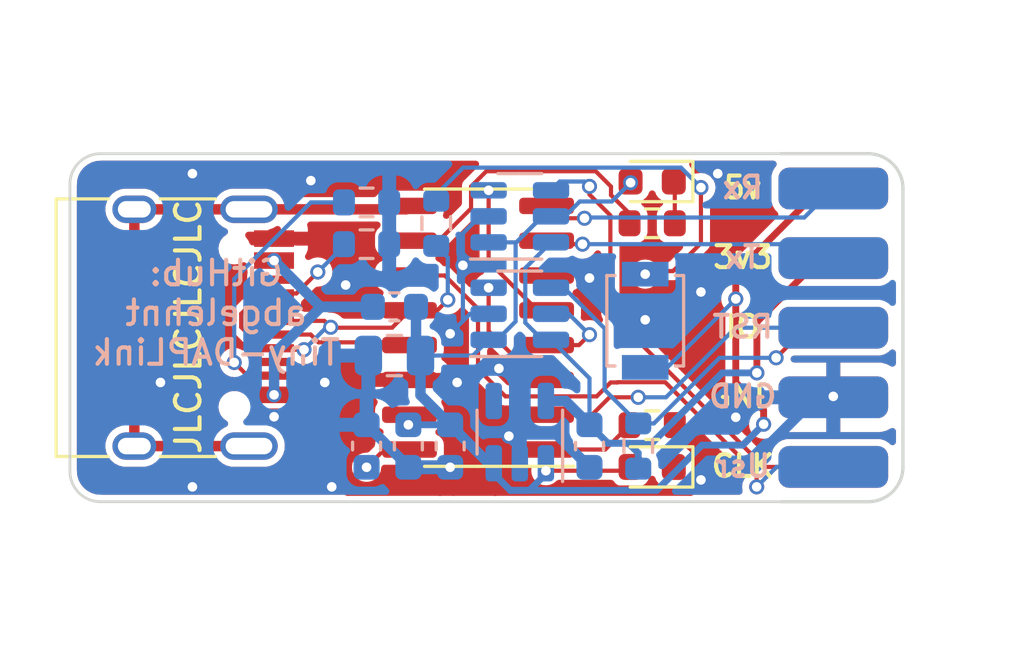
<source format=kicad_pcb>
(kicad_pcb (version 20211014) (generator pcbnew)
  (layers (0 "F.Cu" signal) (31 "B.Cu" signal) (34 "B.Paste" user) (35 "F.Paste" user) (36 "B.SilkS" user "B.Silkscreen") (37 "F.SilkS" user "F.Silkscreen") (38 "B.Mask" user) (39 "F.Mask" user) (44 "Edge.Cuts" user))
  (net 0 "")
  (net 1 "+5V")
  (net 2 "GND")
  (net 3 "Net-(C2-Pad2)")
  (net 4 "+3V3")
  (net 5 "Net-(D1-Pad1)")
  (net 6 "Net-(F1-Pad1)")
  (net 7 "Net-(D2-Pad1)")
  (net 8 "/nRST")
  (net 9 "/U_Tx")
  (net 10 "/U_Rx")
  (net 11 "/KEY_CAP")
  (net 12 "/SWDIO_5")
  (net 13 "Net-(J2-PadA5)")
  (net 14 "/USB_DP")
  (net 15 "/USB_DM")
  (net 17 "Net-(J2-PadB5)")
  (net 19 "/SWDIO_DIR")
  (net 20 "/SWCLK")
  (net 21 "/SWDIO")
  (net 22 "/SWCLK_5")
  (net 24 "Net-(R2-Pad1)")
  (net 26 "Net-(R4-Pad1)")
  (net 27 "/Useless")
  (net 28 "Net-(R1-Pad2)")
  (footprint "Connector_USB:USB_C_Receptacle_HRO_TYPE-C-31-M-12" (layer "F.Cu") (at 45.16 36.8641 -90)
    (fp_text reference "J2" hide)
    (fp_text value "USB_C_Receptacle_USB2.0")
    (fp_line (start -4.7 2) (end -4.7 3.9) (layer "F.SilkS") (width 0.12))
    (fp_line (start 4.7 2) (end 4.7 3.9) (layer "F.SilkS") (width 0.12))
    (fp_line (start -4.7 -1.9) (end -4.7 0.1) (layer "F.SilkS") (width 0.12))
    (fp_line (start 4.7 -1.9) (end 4.7 0.1) (layer "F.SilkS") (width 0.12))
    (fp_line (start -4.7 3.9) (end 4.7 3.9) (layer "F.SilkS") (width 0.12))
    (pad "" np_thru_hole circle (at -2.89 -2.6 270) (size 0.65 0.65) (drill 0.65) (layers *.Cu *.Mask))
    (pad "" np_thru_hole circle (at 2.89 -2.6 270) (size 0.65 0.65) (drill 0.65) (layers *.Cu *.Mask))
    (pad "A1" smd rect (at -3.25 -4.045 270) (size 0.6 1.45) (layers "F.Cu" "F.Paste" "F.Mask") (net 2 "GND"))
    (pad "A4" smd rect (at -2.45 -4.045 270) (size 0.6 1.45) (layers "F.Cu" "F.Paste" "F.Mask") (net 6 "Net-(F1-Pad1)"))
    (pad "A5" smd rect (at -1.25 -4.045 270) (size 0.3 1.45) (layers "F.Cu" "F.Paste" "F.Mask") (net 13 "Net-(J2-PadA5)"))
    (pad "A6" smd rect (at -0.25 -4.045 270) (size 0.3 1.45) (layers "F.Cu" "F.Paste" "F.Mask") (net 14 "/USB_DP"))
    (pad "A7" smd rect (at 0.25 -4.045 270) (size 0.3 1.45) (layers "F.Cu" "F.Paste" "F.Mask") (net 15 "/USB_DM"))
    (pad "A8" smd rect (at 1.25 -4.045 270) (size 0.3 1.45) (layers "F.Cu" "F.Paste" "F.Mask"))
    (pad "A9" smd rect (at 2.45 -4.045 270) (size 0.6 1.45) (layers "F.Cu" "F.Paste" "F.Mask") (net 6 "Net-(F1-Pad1)"))
    (pad "A12" smd rect (at 3.25 -4.045 270) (size 0.6 1.45) (layers "F.Cu" "F.Paste" "F.Mask") (net 2 "GND"))
    (pad "B1" smd rect (at 3.25 -4.045 270) (size 0.6 1.45) (layers "F.Cu" "F.Paste" "F.Mask") (net 2 "GND"))
    (pad "B4" smd rect (at 2.45 -4.045 270) (size 0.6 1.45) (layers "F.Cu" "F.Paste" "F.Mask") (net 6 "Net-(F1-Pad1)"))
    (pad "B5" smd rect (at 1.75 -4.045 270) (size 0.3 1.45) (layers "F.Cu" "F.Paste" "F.Mask") (net 17 "Net-(J2-PadB5)"))
    (pad "B6" smd rect (at 0.75 -4.045 270) (size 0.3 1.45) (layers "F.Cu" "F.Paste" "F.Mask") (net 14 "/USB_DP"))
    (pad "B7" smd rect (at -0.75 -4.045 270) (size 0.3 1.45) (layers "F.Cu" "F.Paste" "F.Mask") (net 15 "/USB_DM"))
    (pad "B8" smd rect (at -1.75 -4.045 270) (size 0.3 1.45) (layers "F.Cu" "F.Paste" "F.Mask"))
    (pad "B9" smd rect (at -2.45 -4.045 270) (size 0.6 1.45) (layers "F.Cu" "F.Paste" "F.Mask") (net 6 "Net-(F1-Pad1)"))
    (pad "B12" smd rect (at -3.25 -4.045 270) (size 0.6 1.45) (layers "F.Cu" "F.Paste" "F.Mask") (net 2 "GND"))
    (pad "S1" thru_hole oval (at 4.32 -3.13 270) (size 1 2.1) (drill oval 0.6 1.7) (layers *.Cu *.Mask) (net 11 "/KEY_CAP"))
    (pad "S1" thru_hole oval (at 4.32 1.05 270) (size 1 1.6) (drill oval 0.6 1.2) (layers *.Cu *.Mask) (net 11 "/KEY_CAP"))
    (pad "S1" thru_hole oval (at -4.32 -3.13 270) (size 1 2.1) (drill oval 0.6 1.7) (layers *.Cu *.Mask) (net 11 "/KEY_CAP"))
    (pad "S1" thru_hole oval (at -4.32 1.05 270) (size 1 1.6) (drill oval 0.6 1.2) (layers *.Cu *.Mask) (net 11 "/KEY_CAP"))
  )
  (footprint "LED_SMD:LED_0603_1608Metric" (layer "F.Cu") (at 62.992 41.9441 180)
    (fp_text reference "D1" hide)
    (fp_text value "LED")
    (fp_line (start 0.8 -0.735) (end -1.485 -0.735) (layer "F.SilkS") (width 0.12))
    (fp_line (start -1.485 0.735) (end 0.8 0.735) (layer "F.SilkS") (width 0.12))
    (fp_line (start -1.485 -0.735) (end -1.485 0.735) (layer "F.SilkS") (width 0.12))
    (pad "1" smd roundrect (at -0.7875 0 180) (size 0.875 0.95) (layers "F.Cu" "F.Paste" "F.Mask") (net 5 "Net-(D1-Pad1)"))
    (pad "2" smd roundrect (at 0.7875 0 180) (size 0.875 0.95) (layers "F.Cu" "F.Paste" "F.Mask") (net 1 "+5V"))
  )
  (footprint "Resistor_SMD:R_0603_1608Metric" (layer "F.Cu") (at 62.992 40.4201 180)
    (fp_text reference "R1" hide)
    (fp_text value "470")
    (fp_line (start -0.237258 0.5225) (end 0.237258 0.5225) (layer "F.SilkS") (width 0.12))
    (fp_line (start -0.237258 -0.5225) (end 0.237258 -0.5225) (layer "F.SilkS") (width 0.12))
    (pad "1" smd roundrect (at -0.825 0 180) (size 0.8 0.95) (layers "F.Cu" "F.Paste" "F.Mask") (net 5 "Net-(D1-Pad1)"))
    (pad "2" smd roundrect (at 0.825 0 180) (size 0.8 0.95) (layers "F.Cu" "F.Paste" "F.Mask") (net 28 "Net-(R1-Pad2)"))
  )
  (footprint "Package_SO:SOP-16_3.9x9.9mm_P1.27mm" (layer "F.Cu") (at 56.642 36.8641 180)
    (fp_text reference "U3" hide)
    (fp_text value "CH552G")
    (fp_line (start 0 5.06) (end -1.95 5.06) (layer "F.SilkS") (width 0.12))
    (fp_line (start 0 -5.06) (end -3.5 -5.06) (layer "F.SilkS") (width 0.12))
    (fp_line (start 0 5.06) (end 1.95 5.06) (layer "F.SilkS") (width 0.12))
    (fp_line (start 0 -5.06) (end 1.95 -5.06) (layer "F.SilkS") (width 0.12))
    (pad "1" smd roundrect (at -2.5 -4.445 180) (size 2 0.6) (layers "F.Cu" "F.Paste" "F.Mask") (net 28 "Net-(R1-Pad2)"))
    (pad "2" smd roundrect (at -2.5 -3.175 180) (size 2 0.6) (layers "F.Cu" "F.Paste" "F.Mask") (net 8 "/nRST"))
    (pad "3" smd roundrect (at -2.5 -1.905 180) (size 2 0.6) (layers "F.Cu" "F.Paste" "F.Mask") (net 12 "/SWDIO_5"))
    (pad "4" smd roundrect (at -2.5 -0.635 180) (size 2 0.6) (layers "F.Cu" "F.Paste" "F.Mask") (net 19 "/SWDIO_DIR"))
    (pad "5" smd roundrect (at -2.5 0.635 180) (size 2 0.6) (layers "F.Cu" "F.Paste" "F.Mask") (net 22 "/SWCLK_5"))
    (pad "6" smd roundrect (at -2.5 1.905 180) (size 2 0.6) (layers "F.Cu" "F.Paste" "F.Mask"))
    (pad "7" smd roundrect (at -2.5 3.175 180) (size 2 0.6) (layers "F.Cu" "F.Paste" "F.Mask") (net 9 "/U_Tx"))
    (pad "8" smd roundrect (at -2.5 4.445 180) (size 2 0.6) (layers "F.Cu" "F.Paste" "F.Mask") (net 10 "/U_Rx"))
    (pad "9" smd roundrect (at 2.5 4.445 180) (size 2 0.6) (layers "F.Cu" "F.Paste" "F.Mask") (net 11 "/KEY_CAP"))
    (pad "10" smd roundrect (at 2.5 3.175 180) (size 2 0.6) (layers "F.Cu" "F.Paste" "F.Mask") (net 24 "Net-(R2-Pad1)"))
    (pad "11" smd roundrect (at 2.5 1.905 180) (size 2 0.6) (layers "F.Cu" "F.Paste" "F.Mask") (net 27 "/Useless"))
    (pad "12" smd roundrect (at 2.5 0.635 180) (size 2 0.6) (layers "F.Cu" "F.Paste" "F.Mask") (net 14 "/USB_DP"))
    (pad "13" smd roundrect (at 2.5 -0.635 180) (size 2 0.6) (layers "F.Cu" "F.Paste" "F.Mask") (net 15 "/USB_DM"))
    (pad "14" smd roundrect (at 2.5 -1.905 180) (size 2 0.6) (layers "F.Cu" "F.Paste" "F.Mask") (net 2 "GND"))
    (pad "15" smd roundrect (at 2.5 -3.175 180) (size 2 0.6) (layers "F.Cu" "F.Paste" "F.Mask") (net 1 "+5V"))
    (pad "16" smd roundrect (at 2.5 -4.445 180) (size 2 0.6) (layers "F.Cu" "F.Paste" "F.Mask") (net 3 "Net-(C2-Pad2)"))
  )
  (footprint "Resistor_SMD:R_0603_1608Metric" (layer "F.Cu") (at 62.992 33.0541)
    (fp_text reference "R2" hide)
    (fp_text value "470")
    (fp_line (start -0.237258 0.5225) (end 0.237258 0.5225) (layer "F.SilkS") (width 0.12))
    (fp_line (start -0.237258 -0.5225) (end 0.237258 -0.5225) (layer "F.SilkS") (width 0.12))
    (pad "1" smd roundrect (at -0.825 0) (size 0.8 0.95) (layers "F.Cu" "F.Paste" "F.Mask") (net 24 "Net-(R2-Pad1)"))
    (pad "2" smd roundrect (at 0.825 0) (size 0.8 0.95) (layers "F.Cu" "F.Paste" "F.Mask") (net 7 "Net-(D2-Pad1)"))
  )
  (footprint "LED_SMD:LED_0603_1608Metric" (layer "F.Cu") (at 62.992 31.5301 180)
    (fp_text reference "D2" hide)
    (fp_text value "LED")
    (fp_line (start 0.8 -0.735) (end -1.485 -0.735) (layer "F.SilkS") (width 0.12))
    (fp_line (start -1.485 0.735) (end 0.8 0.735) (layer "F.SilkS") (width 0.12))
    (fp_line (start -1.485 -0.735) (end -1.485 0.735) (layer "F.SilkS") (width 0.12))
    (pad "1" smd roundrect (at -0.7875 0 180) (size 0.875 0.95) (layers "F.Cu" "F.Paste" "F.Mask") (net 7 "Net-(D2-Pad1)"))
    (pad "2" smd roundrect (at 0.7875 0 180) (size 0.875 0.95) (layers "F.Cu" "F.Paste" "F.Mask") (net 1 "+5V"))
  )
  (footprint "Capacitor_SMD:C_0603_1608Metric" (layer "B.Cu") (at 60.706 41.1821 90)
    (fp_text reference "C5" hide)
    (fp_text value "105")
    (fp_line (start -0.14058 -0.51) (end 0.14058 -0.51) (layer "B.SilkS") (width 0.12))
    (fp_line (start -0.14058 0.51) (end 0.14058 0.51) (layer "B.SilkS") (width 0.12))
    (pad "1" smd roundrect (at -0.775 0 90) (size 0.9 0.95) (layers "B.Cu" "B.Paste" "B.Mask") (net 2 "GND"))
    (pad "2" smd roundrect (at 0.775 0 90) (size 0.9 0.95) (layers "B.Cu" "B.Paste" "B.Mask") (net 4 "+3V3"))
  )
  (footprint "Package_TO_SOT_SMD:SOT-23-6" (layer "B.Cu") (at 58.166 32.8001)
    (fp_text reference "U2" hide)
    (fp_text value "SN74LVC1T45DBV")
    (fp_line (start 0 1.56) (end 0.8 1.56) (layer "B.SilkS") (width 0.12))
    (fp_line (start 0 -1.56) (end -0.8 -1.56) (layer "B.SilkS") (width 0.12))
    (fp_line (start 0 1.56) (end -1.8 1.56) (layer "B.SilkS") (width 0.12))
    (fp_line (start 0 -1.56) (end 0.8 -1.56) (layer "B.SilkS") (width 0.12))
    (pad "1" smd roundrect (at -1.1375 0.95) (size 1.325 0.6) (layers "B.Cu" "B.Paste" "B.Mask") (net 1 "+5V"))
    (pad "2" smd roundrect (at -1.1375 0) (size 1.325 0.6) (layers "B.Cu" "B.Paste" "B.Mask") (net 2 "GND"))
    (pad "3" smd roundrect (at -1.1375 -0.95) (size 1.325 0.6) (layers "B.Cu" "B.Paste" "B.Mask") (net 22 "/SWCLK_5"))
    (pad "4" smd roundrect (at 1.1375 -0.95) (size 1.325 0.6) (layers "B.Cu" "B.Paste" "B.Mask") (net 20 "/SWCLK"))
    (pad "5" smd roundrect (at 1.1375 0) (size 1.325 0.6) (layers "B.Cu" "B.Paste" "B.Mask") (net 1 "+5V"))
    (pad "6" smd roundrect (at 1.1375 0.95) (size 1.325 0.6) (layers "B.Cu" "B.Paste" "B.Mask") (net 4 "+3V3"))
  )
  (footprint "Daplink_Library:Connector_2.54mm_2_5P_SMD" (layer "B.Cu") (at 69.596 36.8641 90)
    (fp_text reference "J1" hide)
    (fp_text value "Conn_02x05_Counter_Clockwise")
    (fp_line (start -6.35 1.27) (end -6.35 -1.905) (layer "Edge.Cuts") (width 0.12))
    (fp_line (start 5.08 2.54) (end -5.08 2.54) (layer "Edge.Cuts") (width 0.12))
    (fp_line (start 6.35 1.27) (end 6.35 -1.905) (layer "Edge.Cuts") (width 0.12))
    (fp_arc (start 6.35 1.27) (mid 5.978026 2.168026) (end 5.08 2.54) (layer "Edge.Cuts") (width 0.12))
    (fp_arc (start -5.08 2.54) (mid -5.978026 2.168026) (end -6.35 1.27) (layer "Edge.Cuts") (width 0.12))
    (pad "1" connect roundrect (at -5.08 0) (size 4 1.524) (layers "B.Cu" "B.Paste" "B.Mask") (net 27 "/Useless"))
    (pad "2" connect roundrect (at -2.54 0) (size 4 1.524) (layers "B.Cu" "B.Paste" "B.Mask") (net 2 "GND"))
    (pad "3" connect roundrect (at 0 0) (size 4 1.524) (layers "B.Cu" "B.Paste" "B.Mask") (net 8 "/nRST"))
    (pad "4" connect roundrect (at 2.54 0) (size 4 1.524) (layers "B.Cu" "B.Paste" "B.Mask") (net 9 "/U_Tx"))
    (pad "5" connect roundrect (at 5.08 0) (size 4 1.524) (layers "B.Cu" "B.Paste" "B.Mask") (net 10 "/U_Rx"))
    (pad "6" connect roundrect (at 5.08 0) (size 4 1.524) (layers "F.Cu" "F.Paste" "F.Mask") (net 1 "+5V"))
    (pad "7" connect roundrect (at 2.54 0) (size 4 1.524) (layers "F.Cu" "F.Paste" "F.Mask") (net 4 "+3V3"))
    (pad "8" connect roundrect (at 0 0) (size 4 1.524) (layers "F.Cu" "F.Paste" "F.Mask") (net 21 "/SWDIO"))
    (pad "9" connect roundrect (at -2.54 0) (size 4 1.524) (layers "F.Cu" "F.Paste" "F.Mask") (net 2 "GND"))
    (pad "10" connect roundrect (at -5.08 0) (size 4 1.524) (layers "F.Cu" "F.Paste" "F.Mask") (net 20 "/SWCLK"))
  )
  (footprint "Button_Switch_SMD:SW_SPST_B3U-1000P" (layer "B.Cu") (at 62.738 36.6101 90)
    (fp_text reference "SW1" hide)
    (fp_text value "SW_Push")
    (fp_line (start -1.65 1.4) (end 1.65 1.4) (layer "B.SilkS") (width 0.12))
    (fp_line (start -1.65 1.1) (end -1.65 1.4) (layer "B.SilkS") (width 0.12))
    (fp_line (start -1.65 -1.4) (end 1.65 -1.4) (layer "B.SilkS") (width 0.12))
    (fp_line (start 1.65 1.4) (end 1.65 1.1) (layer "B.SilkS") (width 0.12))
    (fp_line (start 1.65 -1.4) (end 1.65 -1.1) (layer "B.SilkS") (width 0.12))
    (fp_line (start -1.65 -1.1) (end -1.65 -1.4) (layer "B.SilkS") (width 0.12))
    (pad "1" smd rect (at -1.7 0 90) (size 0.9 1.7) (layers "B.Cu" "B.Paste" "B.Mask") (net 1 "+5V"))
    (pad "2" smd rect (at 1.7 0 90) (size 0.9 1.7) (layers "B.Cu" "B.Paste" "B.Mask") (net 26 "Net-(R4-Pad1)"))
  )
  (footprint "Package_TO_SOT_SMD:TSOT-23-5" (layer "B.Cu") (at 58.166 40.6741 90)
    (fp_text reference "U4" hide)
    (fp_text value "ADP7142AUJZ-5.0")
    (fp_line (start 0 -1.56) (end -0.8 -1.56) (layer "B.SilkS") (width 0.12))
    (fp_line (start 0 -1.56) (end 0.8 -1.56) (layer "B.SilkS") (width 0.12))
    (fp_line (start 0 1.56) (end 0.8 1.56) (layer "B.SilkS") (width 0.12))
    (fp_line (start 0 1.56) (end -1.8 1.56) (layer "B.SilkS") (width 0.12))
    (pad "1" smd roundrect (at -1.1375 0.95 90) (size 1.325 0.6) (layers "B.Cu" "B.Paste" "B.Mask") (net 1 "+5V"))
    (pad "2" smd roundrect (at -1.1375 0 90) (size 1.325 0.6) (layers "B.Cu" "B.Paste" "B.Mask") (net 2 "GND"))
    (pad "3" smd roundrect (at -1.1375 -0.95 90) (size 1.325 0.6) (layers "B.Cu" "B.Paste" "B.Mask") (net 1 "+5V"))
    (pad "4" smd roundrect (at 1.1375 -0.95 90) (size 1.325 0.6) (layers "B.Cu" "B.Paste" "B.Mask"))
    (pad "5" smd roundrect (at 1.1375 0.95 90) (size 1.325 0.6) (layers "B.Cu" "B.Paste" "B.Mask") (net 4 "+3V3"))
  )
  (footprint "Resistor_SMD:R_0603_1608Metric" (layer "B.Cu") (at 52.578 33.8161 180)
    (fp_text reference "R6" hide)
    (fp_text value "5.1k")
    (fp_line (start -0.237258 0.5225) (end 0.237258 0.5225) (layer "B.SilkS") (width 0.12))
    (fp_line (start -0.237258 -0.5225) (end 0.237258 -0.5225) (layer "B.SilkS") (width 0.12))
    (pad "1" smd roundrect (at -0.825 0 180) (size 0.8 0.95) (layers "B.Cu" "B.Paste" "B.Mask") (net 2 "GND"))
    (pad "2" smd roundrect (at 0.825 0 180) (size 0.8 0.95) (layers "B.Cu" "B.Paste" "B.Mask") (net 13 "Net-(J2-PadA5)"))
  )
  (footprint "Capacitor_SMD:C_0603_1608Metric" (layer "B.Cu") (at 54.102 41.1821 -90)
    (fp_text reference "C1" hide)
    (fp_text value "104")
    (fp_line (start -0.14058 -0.51) (end 0.14058 -0.51) (layer "B.SilkS") (width 0.12))
    (fp_line (start -0.14058 0.51) (end 0.14058 0.51) (layer "B.SilkS") (width 0.12))
    (pad "1" smd roundrect (at -0.775 0 270) (size 0.9 0.95) (layers "B.Cu" "B.Paste" "B.Mask") (net 1 "+5V"))
    (pad "2" smd roundrect (at 0.775 0 270) (size 0.9 0.95) (layers "B.Cu" "B.Paste" "B.Mask") (net 2 "GND"))
  )
  (footprint "Capacitor_SMD:C_0603_1608Metric" (layer "B.Cu") (at 55.626 41.1821 -90)
    (fp_text reference "C3" hide)
    (fp_text value "105")
    (fp_line (start -0.14058 0.51) (end 0.14058 0.51) (layer "B.SilkS") (width 0.12))
    (fp_line (start -0.14058 -0.51) (end 0.14058 -0.51) (layer "B.SilkS") (width 0.12))
    (pad "1" smd roundrect (at -0.775 0 270) (size 0.9 0.95) (layers "B.Cu" "B.Paste" "B.Mask") (net 1 "+5V"))
    (pad "2" smd roundrect (at 0.775 0 270) (size 0.9 0.95) (layers "B.Cu" "B.Paste" "B.Mask") (net 2 "GND"))
  )
  (footprint "Package_TO_SOT_SMD:SOT-23-6" (layer "B.Cu") (at 58.166 36.3561)
    (fp_text reference "U1" hide)
    (fp_text value "SN74LVC1T45DBV")
    (fp_line (start 0 -1.56) (end -0.8 -1.56) (layer "B.SilkS") (width 0.12))
    (fp_line (start 0 1.56) (end -1.8 1.56) (layer "B.SilkS") (width 0.12))
    (fp_line (start 0 -1.56) (end 0.8 -1.56) (layer "B.SilkS") (width 0.12))
    (fp_line (start 0 1.56) (end 0.8 1.56) (layer "B.SilkS") (width 0.12))
    (pad "1" smd roundrect (at -1.1375 0.95) (size 1.325 0.6) (layers "B.Cu" "B.Paste" "B.Mask") (net 1 "+5V"))
    (pad "2" smd roundrect (at -1.1375 0) (size 1.325 0.6) (layers "B.Cu" "B.Paste" "B.Mask") (net 2 "GND"))
    (pad "3" smd roundrect (at -1.1375 -0.95) (size 1.325 0.6) (layers "B.Cu" "B.Paste" "B.Mask") (net 12 "/SWDIO_5"))
    (pad "4" smd roundrect (at 1.1375 -0.95) (size 1.325 0.6) (layers "B.Cu" "B.Paste" "B.Mask") (net 21 "/SWDIO"))
    (pad "5" smd roundrect (at 1.1375 0) (size 1.325 0.6) (layers "B.Cu" "B.Paste" "B.Mask") (net 19 "/SWDIO_DIR"))
    (pad "6" smd roundrect (at 1.1375 0.95) (size 1.325 0.6) (layers "B.Cu" "B.Paste" "B.Mask") (net 4 "+3V3"))
  )
  (footprint "Capacitor_SMD:C_0603_1608Metric" (layer "B.Cu") (at 52.578 41.1821 -90)
    (fp_text reference "C2" hide)
    (fp_text value "104")
    (fp_line (start -0.14058 -0.51) (end 0.14058 -0.51) (layer "B.SilkS") (width 0.12))
    (fp_line (start -0.14058 0.51) (end 0.14058 0.51) (layer "B.SilkS") (width 0.12))
    (pad "1" smd roundrect (at -0.775 0 270) (size 0.9 0.95) (layers "B.Cu" "B.Paste" "B.Mask") (net 2 "GND"))
    (pad "2" smd roundrect (at 0.775 0 270) (size 0.9 0.95) (layers "B.Cu" "B.Paste" "B.Mask") (net 3 "Net-(C2-Pad2)"))
  )
  (footprint "Resistor_SMD:R_0603_1608Metric" (layer "B.Cu") (at 52.578 32.2921 180)
    (fp_text reference "R5" hide)
    (fp_text value "5.1k")
    (fp_line (start -0.237258 0.5225) (end 0.237258 0.5225) (layer "B.SilkS") (width 0.12))
    (fp_line (start -0.237258 -0.5225) (end 0.237258 -0.5225) (layer "B.SilkS") (width 0.12))
    (pad "1" smd roundrect (at -0.825 0 180) (size 0.8 0.95) (layers "B.Cu" "B.Paste" "B.Mask") (net 2 "GND"))
    (pad "2" smd roundrect (at 0.825 0 180) (size 0.8 0.95) (layers "B.Cu" "B.Paste" "B.Mask") (net 17 "Net-(J2-PadB5)"))
  )
  (footprint "Capacitor_SMD:C_0805_2012Metric" (layer "B.Cu") (at 53.594 37.8801 180)
    (fp_text reference "C4" hide)
    (fp_text value "106")
    (fp_line (start -0.261252 0.735) (end 0.261252 0.735) (layer "B.SilkS") (width 0.12))
    (fp_line (start -0.261252 -0.735) (end 0.261252 -0.735) (layer "B.SilkS") (width 0.12))
    (pad "1" smd roundrect (at -0.95 0 180) (size 1 1.45) (layers "B.Cu" "B.Paste" "B.Mask") (net 1 "+5V"))
    (pad "2" smd roundrect (at 0.95 0 180) (size 1 1.45) (layers "B.Cu" "B.Paste" "B.Mask") (net 2 "GND"))
  )
  (footprint "Fuse:Fuse_0603_1608Metric" (layer "B.Cu") (at 53.594 36.1021)
    (fp_text reference "F1" hide)
    (fp_text value "6V 0.5A")
    (fp_line (start -0.162779 0.51) (end 0.162779 0.51) (layer "B.SilkS") (width 0.12))
    (fp_line (start -0.162779 -0.51) (end 0.162779 -0.51) (layer "B.SilkS") (width 0.12))
    (pad "1" smd roundrect (at -0.7875 0) (size 0.875 0.95) (layers "B.Cu" "B.Paste" "B.Mask") (net 6 "Net-(F1-Pad1)"))
    (pad "2" smd roundrect (at 0.7875 0) (size 0.875 0.95) (layers "B.Cu" "B.Paste" "B.Mask") (net 1 "+5V"))
  )
  (footprint "Resistor_SMD:R_0603_1608Metric" (layer "B.Cu") (at 55.118 33.0541 -90)
    (fp_text reference "R4" hide)
    (fp_text value "1k")
    (fp_line (start -0.237258 -0.5225) (end 0.237258 -0.5225) (layer "B.SilkS") (width 0.12))
    (fp_line (start -0.237258 0.5225) (end 0.237258 0.5225) (layer "B.SilkS") (width 0.12))
    (pad "1" smd roundrect (at -0.825 0 270) (size 0.8 0.95) (layers "B.Cu" "B.Paste" "B.Mask") (net 26 "Net-(R4-Pad1)"))
    (pad "2" smd roundrect (at 0.825 0 270) (size 0.8 0.95) (layers "B.Cu" "B.Paste" "B.Mask") (net 14 "/USB_DP"))
  )
  (footprint "Resistor_SMD:R_0603_1608Metric" (layer "B.Cu") (at 62.484 41.1821 -90)
    (fp_text reference "R3" hide)
    (fp_text value "100k")
    (fp_line (start -0.237258 0.5225) (end 0.237258 0.5225) (layer "B.SilkS") (width 0.12))
    (fp_line (start -0.237258 -0.5225) (end 0.237258 -0.5225) (layer "B.SilkS") (width 0.12))
    (pad "1" smd roundrect (at -0.825 0 270) (size 0.8 0.95) (layers "B.Cu" "B.Paste" "B.Mask") (net 21 "/SWDIO"))
    (pad "2" smd roundrect (at 0.825 0 270) (size 0.8 0.95) (layers "B.Cu" "B.Paste" "B.Mask") (net 4 "+3V3"))
  )
  (gr_line (start 41.760758 31.630065) (end 41.760758 42.094858) (layer "Edge.Cuts") (width 0.1))
  (gr_line (start 42.876723 43.2141) (end 67.691 43.2141) (layer "Edge.Cuts") (width 0.1))
  (gr_line (start 67.691 30.5141) (end 42.88 30.5141) (layer "Edge.Cuts") (width 0.1))
  (gr_arc (start 41.760758 31.630065) (mid 42.088905 30.839929) (end 42.88 30.5141) (layer "Edge.Cuts") (width 0.1))
  (gr_arc (start 42.876723 43.2141) (mid 42.086587 42.885953) (end 41.760758 42.094858) (layer "Edge.Cuts") (width 0.1))
  (gr_text "Usr" (at 66.294 41.91) (layer "B.SilkS") (effects (font (size 0.8 0.8)) (justify mirror)))
  (gr_text "GND\n" (at 66.294 39.37) (layer "B.SilkS") (effects (font (size 0.8 0.8)) (justify mirror)))
  (gr_text "RST" (at 66.294 36.83) (layer "B.SilkS") (effects (font (size 0.8 0.8)) (justify mirror)))
  (gr_text "Rx" (at 66.294 31.75) (layer "B.SilkS") (effects (font (size 0.8 0.8)) (justify mirror)))
  (gr_text "GitHub:\nabgelehnt\nTiny-DAPLink" (at 47.094758 36.322) (layer "B.SilkS") (effects (font (size 0.9 0.9)) (justify mirror)))
  (gr_text "Tx\n" (at 66.294 34.29) (layer "B.SilkS") (effects (font (size 0.8 0.8)) (justify mirror)))
  (gr_text "3v3" (at 66.294 34.29) (layer "F.SilkS") (effects (font (size 0.8 0.8))))
  (gr_text "GND\n" (at 66.294 39.37) (layer "F.SilkS") (effects (font (size 0.8 0.8))))
  (gr_text "CLK" (at 66.294 41.91) (layer "F.SilkS") (effects (font (size 0.8 0.8))))
  (gr_text "IO" (at 66.294 36.83) (layer "F.SilkS") (effects (font (size 0.8 0.8))))
  (gr_text "5v" (at 66.294 31.75) (layer "F.SilkS") (effects (font (size 0.8 0.8))))
  (gr_text "JLCJLCJLCJLC\n" (at 46.078758 36.83 90) (layer "F.SilkS") (effects (font (size 0.9 0.9))))
  (segment (start 66.04 38.862) (end 66.04 34.881665) (width 0.25) (layer "F.Cu") (net 1))
  (segment (start 59.116 42.0836) (end 62.065 42.0836) (width 0.1524) (layer "F.Cu") (net 1))
  (segment (start 67.056 40.386) (end 67.056 39.878) (width 0.25) (layer "F.Cu") (net 1))
  (segment (start 62.065 42.0836) (end 62.2045 41.9441) (width 0.1524) (layer "F.Cu") (net 1))
  (segment (start 66.04 34.881665) (end 69.137565 31.7841) (width 0.25) (layer "F.Cu") (net 1))
  (segment (start 69.137565 31.7841) (end 69.596 31.7841) (width 0.25) (layer "F.Cu") (net 1))
  (segment (start 67.056 39.878) (end 66.04 38.862) (width 0.25) (layer "F.Cu") (net 1))
  (via (at 62.2045 31.5728) (size 0.55) (drill 0.35) (layers "F.Cu" "B.Cu") (net 1))
  (via (at 67.056 40.386) (size 0.55) (drill 0.35) (layers "F.Cu" "B.Cu") (net 1))
  (via (at 54.102 40.4071) (size 0.55) (drill 0.35) (layers "F.Cu" "B.Cu") (net 1))
  (via (at 59.116 42.0836) (size 0.55) (drill 0.35) (layers "F.Cu" "B.Cu") (net 1))
  (via (at 66.04 35.814) (size 0.55) (drill 0.35) (layers "F.Cu" "B.Cu") (net 1))
  (segment (start 54.544 39.3251) (end 55.626 40.4071) (width 0.381) (layer "B.Cu") (net 1))
  (segment (start 56.4545 37.8801) (end 57.0285 37.3061) (width 0.1524) (layer "B.Cu") (net 1))
  (segment (start 66.04 35.814) (end 63.5439 38.3101) (width 0.1524) (layer "B.Cu") (net 1))
  (segment (start 54.102 40.4071) (end 55.626 40.4071) (width 0.25) (layer "B.Cu") (net 1))
  (segment (start 59.3035 32.8001) (end 59.811915 32.8001) (width 0.1524) (layer "B.Cu") (net 1))
  (segment (start 54.3815 36.1021) (end 54.3815 37.7176) (width 0.381) (layer "B.Cu") (net 1))
  (segment (start 58.988262 32.8001) (end 59.3035 32.8001) (width 0.1524) (layer "B.Cu") (net 1))
  (segment (start 57.216 41.8116) (end 57.216 42.195851) (width 0.25) (layer "B.Cu") (net 1))
  (segment (start 54.544 37.8801) (end 54.544 39.3251) (width 0.381) (layer "B.Cu") (net 1))
  (segment (start 66.294 41.148) (end 64.809331 41.148) (width 0.25) (layer "B.Cu") (net 1))
  (segment (start 57.216 41.8116) (end 57.0305 41.8116) (width 0.381) (layer "B.Cu") (net 1))
  (segment (start 60.354015 32.258) (end 61.5193 32.258) (width 0.1524) (layer "B.Cu") (net 1))
  (segment (start 58.512751 42.7991) (end 59.116 42.195851) (width 0.25) (layer "B.Cu") (net 1))
  (segment (start 58.038262 33.7501) (end 58.988262 32.8001) (width 0.1524) (layer "B.Cu") (net 1))
  (segment (start 63.5439 38.3101) (end 62.738 38.3101) (width 0.1524) (layer "B.Cu") (net 1))
  (segment (start 59.811915 32.8001) (end 60.354015 32.258) (width 0.1524) (layer "B.Cu") (net 1))
  (segment (start 63.158231 42.7991) (end 57.819249 42.7991) (width 0.25) (layer "B.Cu") (net 1))
  (segment (start 61.5193 32.258) (end 62.2045 31.5728) (width 0.1524) (layer "B.Cu") (net 1))
  (segment (start 67.056 40.386) (end 66.294 41.148) (width 0.25) (layer "B.Cu") (net 1))
  (segment (start 57.343738 37.3061) (end 58.0124 36.637438) (width 0.1524) (layer "B.Cu") (net 1))
  (segment (start 57.0285 33.7501) (end 58.038262 33.7501) (width 0.1524) (layer "B.Cu") (net 1))
  (segment (start 54.544 37.8801) (end 56.4545 37.8801) (width 0.1524) (layer "B.Cu") (net 1))
  (segment (start 57.0285 37.3061) (end 57.343738 37.3061) (width 0.1524) (layer "B.Cu") (net 1))
  (segment (start 57.819249 42.7991) (end 58.512751 42.7991) (width 0.25) (layer "B.Cu") (net 1))
  (segment (start 57.0305 41.8116) (end 55.626 40.4071) (width 0.381) (layer "B.Cu") (net 1))
  (segment (start 58.0124 33.775962) (end 58.988262 32.8001) (width 0.1524) (layer "B.Cu") (net 1))
  (segment (start 59.116 42.195851) (end 59.116 41.8116) (width 0.25) (layer "B.Cu") (net 1))
  (segment (start 54.3815 37.7176) (end 54.544 37.8801) (width 0.381) (layer "B.Cu") (net 1))
  (segment (start 64.809331 41.148) (end 63.158231 42.7991) (width 0.25) (layer "B.Cu") (net 1))
  (segment (start 57.216 42.195851) (end 57.819249 42.7991) (width 0.25) (layer "B.Cu") (net 1))
  (segment (start 58.0124 36.637438) (end 58.0124 33.775962) (width 0.1524) (layer "B.Cu") (net 1))
  (segment (start 55.7424 42.8096) (end 57.2664 42.8096) (width 0.381) (layer "F.Cu") (net 2))
  (segment (start 57.2664 42.8096) (end 64.3784 42.8096) (width 0.381) (layer "F.Cu") (net 2))
  (segment (start 57.2664 41.321376) (end 57.767231 40.820545) (width 0.381) (layer "F.Cu") (net 2))
  (segment (start 57.2664 42.8096) (end 57.2664 41.321376) (width 0.381) (layer "F.Cu") (net 2))
  (segment (start 64.3784 42.8096) (end 64.77 42.418) (width 0.381) (layer "F.Cu") (net 2))
  (segment (start 49.205 40.1141) (end 51.9005 42.8096) (width 0.381) (layer "F.Cu") (net 2))
  (segment (start 51.9005 42.8096) (end 55.2556 42.8096) (width 0.381) (layer "F.Cu") (net 2))
  (segment (start 55.2556 42.8096) (end 55.2556 42.3275) (width 0.381) (layer "F.Cu") (net 2))
  (segment (start 55.2556 42.3275) (end 55.626 41.9571) (width 0.381) (layer "F.Cu") (net 2))
  (segment (start 55.2556 42.8096) (end 55.7424 42.8096) (width 0.381) (layer "F.Cu") (net 2))
  (via (at 49.205 40.1141) (size 0.55) (drill 0.35) (layers "F.Cu" "B.Cu") (net 2))
  (via (at 51.308 42.672) (size 0.55) (drill 0.35) (layers "F.Cu" "B.Cu") (net 2))
  (via (at 66.04 40.132) (size 0.55) (drill 0.35) (layers "F.Cu" "B.Cu") (net 2))
  (via (at 64.77 42.418) (size 0.55) (drill 0.35) (layers "F.Cu" "B.Cu") (net 2))
  (via (at 64.77 35.56) (size 0.55) (drill 0.35) (layers "F.Cu" "B.Cu") (net 2))
  (via (at 62.738 36.576) (size 0.55) (drill 0.35) (layers "F.Cu" "B.Cu") (net 2))
  (via (at 55.626 41.9571) (size 0.55) (drill 0.35) (layers "F.Cu" "B.Cu") (net 2))
  (via (at 50.546 31.496) (size 0.55) (drill 0.35) (layers "F.Cu" "B.Cu") (net 2))
  (via (at 46.228 31.242) (size 0.55) (drill 0.35) (layers "F.Cu" "B.Cu") (net 2))
  (via (at 57.404 38.354) (size 0.55) (drill 0.35) (layers "F.Cu" "B.Cu") (net 2))
  (via (at 57.767231 40.820545) (size 0.55) (drill 0.35) (layers "F.Cu" "B.Cu") (net 2))
  (via (at 51.054 38.862) (size 0.55) (drill 0.35) (layers "F.Cu" "B.Cu") (net 2))
  (via (at 60.706 35.052) (size 0.55) (drill 0.35) (layers "F.Cu" "B.Cu") (net 2))
  (via (at 65.382758 31.242) (size 0.55) (drill 0.35) (layers "F.Cu" "B.Cu") (net 2))
  (via (at 46.228 42.672) (size 0.55) (drill 0.35) (layers "F.Cu" "B.Cu") (net 2))
  (via (at 45.062758 38.862) (size 0.55) (drill 0.35) (layers "F.Cu" "B.Cu") (net 2))
  (via (at 55.88 38.862) (size 0.55) (drill 0.35) (layers "F.Cu" "B.Cu") (net 2))
  (via (at 51.816 35.306) (size 0.55) (drill 0.35) (layers "F.Cu" "B.Cu") (net 2))
  (via (at 55.626 37.084) (size 0.55) (drill 0.35) (layers "F.Cu" "B.Cu") (net 2))
  (via (at 69.596 39.37) (size 0.55) (drill 0.35) (layers "F.Cu" "B.Cu") (net 2))
  (via (at 56.0903 34.5877) (size 0.55) (drill 0.35) (layers "F.Cu" "B.Cu") (net 2))
  (segment (start 58.166 41.219314) (end 57.767231 40.820545) (width 0.381) (layer "B.Cu") (net 2))
  (segment (start 68.97906 39.4041) (end 69.596 39.4041) (width 0.381) (layer "B.Cu") (net 2))
  (segment (start 58.3014 40.7586) (end 58.166 40.894) (width 0.381) (layer "B.Cu") (net 2))
  (segment (start 54.102 41.9571) (end 54.102 41.9311) (width 0.381) (layer "B.Cu") (net 2))
  (segment (start 52.578 40.4071) (end 49.498 40.4071) (width 0.381) (layer "B.Cu") (net 2))
  (segment (start 56.0903 34.5877) (end 56.0903 36.6197) (width 0.1524) (layer "B.Cu") (net 2))
  (segment (start 56.3539 36.3561) (end 55.626 37.084) (width 0.1524) (layer "B.Cu") (net 2))
  (segment (start 54.102 41.9311) (end 52.578 40.4071) (width 0.381) (layer "B.Cu") (net 2))
  (segment (start 65.96516 42.418) (end 68.97906 39.4041) (width 0.381) (layer "B.Cu") (net 2))
  (segment (start 56.713262 32.8001) (end 56.0903 33.423062) (width 0.1524) (layer "B.Cu") (net 2))
  (segment (start 56.0903 33.423062) (end 56.0903 34.5877) (width 0.1524) (layer "B.Cu") (net 2))
  (segment (start 49.498 40.4071) (end 49.205 40.1141) (width 0.381) (layer "B.Cu") (net 2))
  (segment (start 60.706 41.9571) (end 59.5075 40.7586) (width 0.381) (layer "B.Cu") (net 2))
  (segment (start 59.5075 40.7586) (end 58.3014 40.7586) (width 0.381) (layer "B.Cu") (net 2))
  (segment (start 64.77 42.418) (end 65.96516 42.418) (width 0.381) (layer "B.Cu") (net 2))
  (segment (start 58.166 40.894) (end 58.166 41.8116) (width 0.381) (layer "B.Cu") (net 2))
  (segment (start 57.0285 36.3561) (end 56.3539 36.3561) (width 0.1524) (layer "B.Cu") (net 2))
  (segment (start 58.166 41.8116) (end 58.166 41.219314) (width 0.381) (layer "B.Cu") (net 2))
  (segment (start 57.0285 32.8001) (end 56.713262 32.8001) (width 0.1524) (layer "B.Cu") (net 2))
  (segment (start 56.0903 36.6197) (end 55.626 37.084) (width 0.1524) (layer "B.Cu") (net 2))
  (segment (start 53.226 41.3091) (end 52.578 41.9571) (width 0.1524) (layer "F.Cu") (net 3))
  (segment (start 54.142 41.3091) (end 53.226 41.3091) (width 0.1524) (layer "F.Cu") (net 3))
  (via (at 52.578 41.9571) (size 0.55) (drill 0.35) (layers "F.Cu" "B.Cu") (net 3))
  (segment (start 69.137565 34.3241) (end 69.596 34.3241) (width 0.25) (layer "F.Cu") (net 4))
  (segment (start 66.809484 36.652181) (end 69.137565 34.3241) (width 0.25) (layer "F.Cu") (net 4))
  (segment (start 66.809484 38.51296) (end 66.809484 36.652181) (width 0.25) (layer "F.Cu") (net 4))
  (via (at 66.809484 38.51296) (size 0.55) (drill 0.35) (layers "F.Cu" "B.Cu") (net 4))
  (segment (start 62.976462 41.0821) (end 61.381 41.0821) (width 0.25) (layer "B.Cu") (net 4))
  (segment (start 61.381 41.0821) (end 62.13 41.0821) (width 0.25) (layer "B.Cu") (net 4))
  (segment (start 58.3648 34.6888) (end 58.3648 36.682638) (width 0.1524) (layer "B.Cu") (net 4))
  (segment (start 62.13 41.0821) (end 62.484 41.4361) (width 0.25) (layer "B.Cu") (net 4))
  (segment (start 58.3648 36.682638) (end 58.988262 37.3061) (width 0.1524) (layer "B.Cu") (net 4))
  (segment (start 60.706 38.7086) (end 60.706 40.4071) (width 0.1524) (layer "B.Cu") (net 4))
  (segment (start 66.809484 38.51296) (end 65.545602 38.51296) (width 0.25) (layer "B.Cu") (net 4))
  (segment (start 61.381 41.0821) (end 60.706 40.4071) (width 0.25) (layer "B.Cu") (net 4))
  (segment (start 59.8355 39.5366) (end 60.706 40.4071) (width 0.381) (layer "B.Cu") (net 4))
  (segment (start 59.116 39.5366) (end 59.8355 39.5366) (width 0.381) (layer "B.Cu") (net 4))
  (segment (start 59.3035 37.3061) (end 60.706 38.7086) (width 0.1524) (layer "B.Cu") (net 4))
  (segment (start 59.3035 33.7501) (end 58.3648 34.6888) (width 0.1524) (layer "B.Cu") (net 4))
  (segment (start 65.545602 38.51296) (end 62.976462 41.0821) (width 0.25) (layer "B.Cu") (net 4))
  (segment (start 62.484 41.4361) (end 62.484 42.0071) (width 0.25) (layer "B.Cu") (net 4))
  (segment (start 58.988262 37.3061) (end 59.3035 37.3061) (width 0.1524) (layer "B.Cu") (net 4))
  (segment (start 63.7795 41.9441) (end 63.7795 40.4576) (width 0.1524) (layer "F.Cu") (net 5))
  (segment (start 63.7795 40.4576) (end 63.817 40.4201) (width 0.1524) (layer "F.Cu") (net 5))
  (via (at 49.205 39.3141) (size 0.55) (drill 0.35) (layers "F.Cu" "B.Cu") (net 6))
  (via (at 49.205 34.4141) (size 0.55) (drill 0.35) (layers "F.Cu" "B.Cu") (net 6))
  (segment (start 50.893 36.1021) (end 49.205 34.4141) (width 0.381) (layer "B.Cu") (net 6))
  (segment (start 49.205 37.816838) (end 49.205 39.3141) (width 0.381) (layer "B.Cu") (net 6))
  (segment (start 50.919738 36.1021) (end 49.205 37.816838) (width 0.381) (layer "B.Cu") (net 6))
  (segment (start 52.8065 36.1021) (end 50.893 36.1021) (width 0.381) (layer "B.Cu") (net 6))
  (segment (start 52.8065 36.1021) (end 50.919738 36.1021) (width 0.381) (layer "B.Cu") (net 6))
  (segment (start 63.817 33.0541) (end 63.817 31.5676) (width 0.1524) (layer "F.Cu") (net 7))
  (segment (start 63.817 31.5676) (end 63.7795 31.5301) (width 0.1524) (layer "F.Cu") (net 7))
  (segment (start 62.484 39.4041) (end 61.4339 39.4041) (width 0.1524) (layer "F.Cu") (net 8))
  (segment (start 61.4339 39.4041) (end 60.7989 40.0391) (width 0.1524) (layer "F.Cu") (net 8))
  (segment (start 60.7989 40.0391) (end 59.142 40.0391) (width 0.1524) (layer "F.Cu") (net 8))
  (via (at 62.484 39.4041) (size 0.55) (drill 0.35) (layers "F.Cu" "B.Cu") (net 8))
  (segment (start 63.4964 39.4041) (end 66.0364 36.8641) (width 0.1524) (layer "B.Cu") (net 8))
  (segment (start 66.0364 36.8641) (end 69.596 36.8641) (width 0.1524) (layer "B.Cu") (net 8))
  (segment (start 62.484 39.4041) (end 63.4964 39.4041) (width 0.1524) (layer "B.Cu") (net 8))
  (segment (start 60.452 33.8161) (end 59.269 33.8161) (width 0.1524) (layer "F.Cu") (net 9))
  (segment (start 59.269 33.8161) (end 59.142 33.6891) (width 0.1524) (layer "F.Cu") (net 9))
  (via (at 60.452 33.8161) (size 0.55) (drill 0.35) (layers "F.Cu" "B.Cu") (net 9))
  (segment (start 69.088 33.8161) (end 69.596 34.3241) (width 0.1524) (layer "B.Cu") (net 9))
  (segment (start 60.452 33.8161) (end 69.088 33.8161) (width 0.1524) (layer "B.Cu") (net 9))
  (segment (start 59.592715 32.869815) (end 59.142 32.4191) (width 0.1524) (layer "F.Cu") (net 10))
  (segment (start 60.521715 32.869815) (end 59.592715 32.869815) (width 0.1524) (layer "F.Cu") (net 10))
  (via (at 60.521715 32.869815) (size 0.55) (drill 0.35) (layers "F.Cu" "B.Cu") (net 10))
  (segment (start 68.5368 32.8433) (end 69.596 31.7841) (width 0.1524) (layer "B.Cu") (net 10))
  (segment (start 60.54823 32.8433) (end 68.5368 32.8433) (width 0.1524) (layer "B.Cu") (net 10))
  (segment (start 60.521715 32.869815) (end 60.54823 32.8433) (width 0.1524) (layer "B.Cu") (net 10))
  (segment (start 44.11 41.1841) (end 48.29 41.1841) (width 0.381) (layer "F.Cu") (net 11))
  (segment (start 54.017 32.5441) (end 48.29 32.5441) (width 0.381) (layer "F.Cu") (net 11))
  (segment (start 54.142 32.4191) (end 54.017 32.5441) (width 0.381) (layer "F.Cu") (net 11))
  (segment (start 48.29 32.5441) (end 44.11 32.5441) (width 0.381) (layer "F.Cu") (net 11))
  (segment (start 44.11 32.5441) (end 44.11 41.1841) (width 0.381) (layer "F.Cu") (net 11))
  (segment (start 58.809262 38.7691) (end 57.0285 36.988338) (width 0.1524) (layer "F.Cu") (net 12))
  (segment (start 59.142 38.7691) (end 58.809262 38.7691) (width 0.1524) (layer "F.Cu") (net 12))
  (segment (start 57.0285 36.988338) (end 57.0285 35.4061) (width 0.1524) (layer "F.Cu") (net 12))
  (via (at 57.0285 35.4061) (size 0.55) (drill 0.35) (layers "F.Cu" "B.Cu") (net 12))
  (segment (start 50.018 35.6141) (end 49.205 35.6141) (width 0.1524) (layer "F.Cu") (net 13))
  (segment (start 50.8 34.8321) (end 50.018 35.6141) (width 0.1524) (layer "F.Cu") (net 13))
  (via (at 50.8 34.8321) (size 0.55) (drill 0.35) (layers "F.Cu" "B.Cu") (net 13))
  (segment (start 51.753 33.8161) (end 51.753 33.8791) (width 0.1524) (layer "B.Cu") (net 13))
  (segment (start 51.753 33.8791) (end 50.8 34.8321) (width 0.1524) (layer "B.Cu") (net 13))
  (segment (start 51.287065 36.8641) (end 51.270529 36.847564) (width 0.1524) (layer "F.Cu") (net 14))
  (segment (start 54.142 36.2291) (end 53.507 36.8641) (width 0.1524) (layer "F.Cu") (net 14))
  (segment (start 53.507 36.8641) (end 51.287065 36.8641) (width 0.1524) (layer "F.Cu") (net 14))
  (segment (start 49.2557 37.6648) (end 49.205 37.6141) (width 0.1524) (layer "F.Cu") (net 14))
  (segment (start 49.205 36.6141) (end 51.037065 36.6141) (width 0.1524) (layer "F.Cu") (net 14))
  (segment (start 50.298198 37.6648) (end 49.2557 37.6648) (width 0.1524) (layer "F.Cu") (net 14))
  (segment (start 55.5391 35.8481) (end 55.1581 36.2291) (width 0.1524) (layer "F.Cu") (net 14))
  (segment (start 55.1581 36.2291) (end 54.142 36.2291) (width 0.1524) (layer "F.Cu") (net 14))
  (segment (start 51.037065 36.6141) (end 51.270529 36.847564) (width 0.1524) (layer "F.Cu") (net 14))
  (via (at 51.270529 36.847564) (size 0.55) (drill 0.35) (layers "F.Cu" "B.Cu") (net 14))
  (via (at 55.5391 35.8481) (size 0.55) (drill 0.35) (layers "F.Cu" "B.Cu") (net 14))
  (via (at 50.298198 37.6648) (size 0.55) (drill 0.35) (layers "F.Cu" "B.Cu") (net 14))
  (segment (start 55.5391 34.3002) (end 55.5391 35.8481) (width 0.1524) (layer "B.Cu") (net 14))
  (segment (start 51.115434 36.847564) (end 50.298198 37.6648) (width 0.1524) (layer "B.Cu") (net 14))
  (segment (start 51.270529 36.847564) (end 51.115434 36.847564) (width 0.1524) (layer "B.Cu") (net 14))
  (segment (start 55.118 33.8791) (end 55.5391 34.3002) (width 0.1524) (layer "B.Cu") (net 14))
  (segment (start 50.826664 37.398764) (end 50.542 37.1141) (width 0.1524) (layer "F.Cu") (net 15))
  (segment (start 50.542 37.1141) (end 49.205 37.1141) (width 0.1524) (layer "F.Cu") (net 15))
  (segment (start 49.205 37.1141) (end 48.2776 37.1141) (width 0.1524) (layer "F.Cu") (net 15))
  (segment (start 48.006 36.3561) (end 48.248 36.1141) (width 0.1524) (layer "F.Cu") (net 15))
  (segment (start 48.248 36.1141) (end 49.205 36.1141) (width 0.1524) (layer "F.Cu") (net 15))
  (segment (start 54.041664 37.398764) (end 50.826664 37.398764) (width 0.1524) (layer "F.Cu") (net 15))
  (segment (start 48.2776 37.1141) (end 48.006 36.8425) (width 0.1524) (layer "F.Cu") (net 15))
  (segment (start 48.006 36.8425) (end 48.006 36.3561) (width 0.1524) (layer "F.Cu") (net 15))
  (segment (start 54.142 37.4991) (end 54.041664 37.398764) (width 0.1524) (layer "F.Cu") (net 15))
  (segment (start 48.232 38.6141) (end 49.205 38.6141) (width 0.1524) (layer "F.Cu") (net 17))
  (segment (start 47.752 38.1341) (end 48.232 38.6141) (width 0.1524) (layer "F.Cu") (net 17))
  (via (at 47.752 38.1341) (size 0.55) (drill 0.35) (layers "F.Cu" "B.Cu") (net 17))
  (segment (start 51.753 32.2921) (end 50.547485 32.2921) (width 0.1524) (layer "B.Cu") (net 17))
  (segment (start 47.752 35.087585) (end 47.752 38.1341) (width 0.1524) (layer "B.Cu") (net 17))
  (segment (start 50.547485 32.2921) (end 47.752 35.087585) (width 0.1524) (layer "B.Cu") (net 17))
  (segment (start 60.325 37.4991) (end 60.706 37.1181) (width 0.1524) (layer "F.Cu") (net 19))
  (segment (start 59.142 37.4991) (end 60.325 37.4991) (width 0.1524) (layer "F.Cu") (net 19))
  (via (at 60.706 37.1181) (size 0.55) (drill 0.35) (layers "F.Cu" "B.Cu") (net 19))
  (segment (start 60.706 37.1181) (end 59.944 36.3561) (width 0.1524) (layer "B.Cu") (net 19))
  (segment (start 59.944 36.3561) (end 59.3035 36.3561) (width 0.1524) (layer "B.Cu") (net 19))
  (segment (start 61.468 36.33905) (end 67.07305 41.9441) (width 0.1524) (layer "F.Cu") (net 20))
  (segment (start 60.706 32.004) (end 61.468 32.766) (width 0.1524) (layer "F.Cu") (net 20))
  (segment (start 61.468 32.766) (end 61.468 36.33905) (width 0.1524) (layer "F.Cu") (net 20))
  (segment (start 60.706 31.7073) (end 60.706 32.004) (width 0.1524) (layer "F.Cu") (net 20))
  (segment (start 67.07305 41.9441) (end 69.596 41.9441) (width 0.1524) (layer "F.Cu") (net 20))
  (via (at 60.706 31.7073) (size 0.55) (drill 0.35) (layers "F.Cu" "B.Cu") (net 20))
  (segment (start 60.706 31.7073) (end 60.5288 31.5301) (width 0.1524) (layer "B.Cu") (net 20))
  (segment (start 59.6235 31.5301) (end 59.3035 31.8501) (width 0.1524) (layer "B.Cu") (net 20))
  (segment (start 60.5288 31.5301) (end 59.6235 31.5301) (width 0.1524) (layer "B.Cu") (net 20))
  (segment (start 68.608723 36.8641) (end 69.596 36.8641) (width 0.1524) (layer "F.Cu") (net 21))
  (segment (start 67.510563 37.96226) (end 68.608723 36.8641) (width 0.1524) (layer "F.Cu") (net 21))
  (via (at 67.510563 37.96226) (size 0.55) (drill 0.35) (layers "F.Cu" "B.Cu") (net 21))
  (segment (start 59.3035 35.4061) (end 59.773515 35.4061) (width 0.1524) (layer "B.Cu") (net 21))
  (segment (start 61.2572 36.889785) (end 61.2572 39.1303) (width 0.1524) (layer "B.Cu") (net 21))
  (segment (start 67.510563 37.96226) (end 65.44984 37.96226) (width 0.1524) (layer "B.Cu") (net 21))
  (segment (start 63.055 40.3571) (end 62.484 40.3571) (width 0.1524) (layer "B.Cu") (net 21))
  (segment (start 59.773515 35.4061) (end 61.2572 36.889785) (width 0.1524) (layer "B.Cu") (net 21))
  (segment (start 61.2572 39.1303) (end 62.484 40.3571) (width 0.1524) (layer "B.Cu") (net 21))
  (segment (start 65.44984 37.96226) (end 63.055 40.3571) (width 0.1524) (layer "B.Cu") (net 21))
  (segment (start 59.142 36.2291) (end 58.809262 36.2291) (width 0.1524) (layer "F.Cu") (net 22))
  (segment (start 58.809262 36.2291) (end 57.0285 34.448338) (width 0.1524) (layer "F.Cu") (net 22))
  (segment (start 57.0285 34.448338) (end 57.0285 31.8501) (width 0.1524) (layer "F.Cu") (net 22))
  (via (at 57.0285 31.8501) (size 0.55) (drill 0.35) (layers "F.Cu" "B.Cu") (net 22))
  (segment (start 56.942985 31.1561) (end 60.934315 31.1561) (width 0.1524) (layer "F.Cu") (net 24))
  (segment (start 61.4908 32.0268) (end 62.167 32.703) (width 0.1524) (layer "F.Cu") (net 24))
  (segment (start 61.4908 31.712585) (end 61.4908 32.0268) (width 0.1524) (layer "F.Cu") (net 24))
  (segment (start 56.388 32.512) (end 56.388 31.711085) (width 0.1524) (layer "F.Cu") (net 24))
  (segment (start 60.934315 31.1561) (end 61.4908 31.712585) (width 0.1524) (layer "F.Cu") (net 24))
  (segment (start 55.2109 33.6891) (end 56.388 32.512) (width 0.1524) (layer "F.Cu") (net 24))
  (segment (start 54.142 33.6891) (end 55.2109 33.6891) (width 0.1524) (layer "F.Cu") (net 24))
  (segment (start 56.388 31.711085) (end 56.942985 31.1561) (width 0.1524) (layer "F.Cu") (net 24))
  (segment (start 62.167 32.703) (end 62.167 33.0541) (width 0.1524) (layer "F.Cu") (net 24))
  (segment (start 63.754 34.798) (end 62.8501 34.798) (width 0.1524) (layer "F.Cu") (net 26))
  (segment (start 64.77 31.75) (end 64.77 33.782) (width 0.1524) (layer "F.Cu") (net 26))
  (segment (start 64.77 33.782) (end 63.754 34.798) (width 0.1524) (layer "F.Cu") (net 26))
  (segment (start 62.8501 34.798) (end 62.738 34.9101) (width 0.1524) (layer "F.Cu") (net 26))
  (via (at 62.738 34.9101) (size 0.55) (drill 0.35) (layers "F.Cu" "B.Cu") (net 26))
  (via (at 64.77 31.75) (size 0.55) (drill 0.35) (layers "F.Cu" "B.Cu") (net 26))
  (segment (start 56.0999 31.0221) (end 55.118 32.004) (width 0.1524) (layer "B.Cu") (net 26))
  (segment (start 55.118 32.004) (end 55.118 32.2291) (width 0.1524) (layer "B.Cu") (net 26))
  (segment (start 64.0421 31.0221) (end 56.0999 31.0221) (width 0.1524) (layer "B.Cu") (net 26))
  (segment (start 64.77 31.75) (end 64.0421 31.0221) (width 0.1524) (layer "B.Cu") (net 26))
  (segment (start 66.802 42.188468) (end 63.466432 38.8529) (width 0.1524) (layer "F.Cu") (net 27))
  (segment (start 57.640485 39.37) (end 56.642 38.371515) (width 0.1524) (layer "F.Cu") (net 27))
  (segment (start 61.722 38.862) (end 61.477632 38.862) (width 0.1524) (layer "F.Cu") (net 27))
  (segment (start 66.802 42.672) (end 66.802 42.188468) (width 0.1524) (layer "F.Cu") (net 27))
  (segment (start 61.7311 38.8529) (end 61.722 38.862) (width 0.1524) (layer "F.Cu") (net 27))
  (segment (start 60.969632 39.37) (end 57.640485 39.37) (width 0.1524) (layer "F.Cu") (net 27))
  (segment (start 63.466432 38.8529) (end 61.7311 38.8529) (width 0.1524) (layer "F.Cu") (net 27))
  (segment (start 55.429615 34.9591) (end 54.142 34.9591) (width 0.1524) (layer "F.Cu") (net 27))
  (segment (start 61.477632 38.862) (end 60.969632 39.37) (width 0.1524) (layer "F.Cu") (net 27))
  (segment (start 56.642 36.171485) (end 55.429615 34.9591) (width 0.1524) (layer "F.Cu") (net 27))
  (segment (start 56.642 38.371515) (end 56.642 36.171485) (width 0.1524) (layer "F.Cu") (net 27))
  (via (at 66.802 42.672) (size 0.55) (drill 0.35) (layers "F.Cu" "B.Cu") (net 27))
  (segment (start 66.802 42.672) (end 67.5299 41.9441) (width 0.1524) (layer "B.Cu") (net 27))
  (segment (start 67.5299 41.9441) (end 69.596 41.9441) (width 0.1524) (layer "B.Cu") (net 27))
  (segment (start 59.142 41.3091) (end 61.278 41.3091) (width 0.1524) (layer "F.Cu") (net 28))
  (segment (start 61.278 41.3091) (end 62.167 40.4201) (width 0.1524) (layer "F.Cu") (net 28))
  (zone (net 2) (net_name "GND") (layers F&B.Cu) (connect_pads (clearance 0.254)) (min_thickness 0.254) (fill yes (thermal_gap 0.508) (thermal_bridge_width 0.508))
    (polygon (pts (xy 72.136 43.18) (xy 41.656 43.18) (xy 41.656 30.226) (xy 72.136 30.226)))
  )
)
</source>
